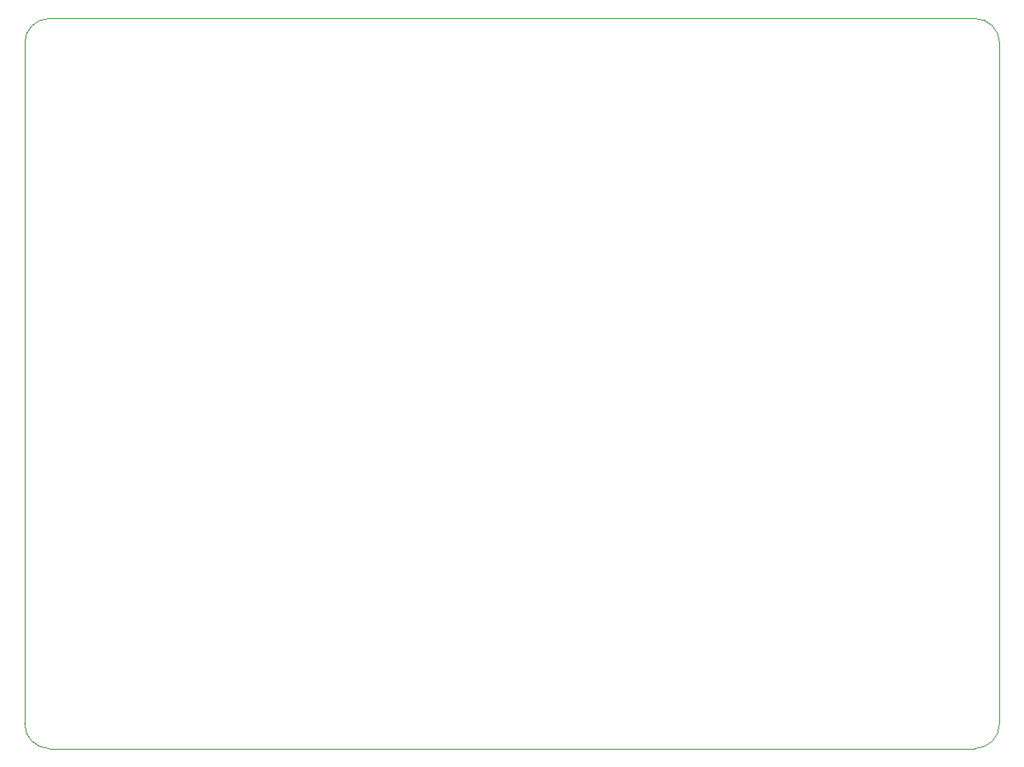
<source format=gbr>
%TF.GenerationSoftware,KiCad,Pcbnew,7.0.2*%
%TF.CreationDate,2023-05-07T14:31:41-07:00*%
%TF.ProjectId,z50-ssd,7a35302d-7373-4642-9e6b-696361645f70,rev?*%
%TF.SameCoordinates,Original*%
%TF.FileFunction,Profile,NP*%
%FSLAX46Y46*%
G04 Gerber Fmt 4.6, Leading zero omitted, Abs format (unit mm)*
G04 Created by KiCad (PCBNEW 7.0.2) date 2023-05-07 14:31:41*
%MOMM*%
%LPD*%
G01*
G04 APERTURE LIST*
%TA.AperFunction,Profile*%
%ADD10C,0.050000*%
%TD*%
G04 APERTURE END LIST*
D10*
X125722651Y-125095000D02*
X30766051Y-125095000D01*
X125729999Y-50153204D02*
X30760844Y-50153204D01*
X128262651Y-122555000D02*
X128262651Y-52685855D01*
X28226050Y-122555000D02*
G75*
G03*
X30766051Y-125095000I2540000J0D01*
G01*
X125722651Y-125094951D02*
G75*
G03*
X128262651Y-122555000I49J2539951D01*
G01*
X128262696Y-52685855D02*
G75*
G03*
X125729999Y-50153204I-2532696J-45D01*
G01*
X28226051Y-122555000D02*
X28226051Y-52685843D01*
X30760844Y-50153193D02*
G75*
G03*
X28228193Y-52685843I36J-2532687D01*
G01*
M02*

</source>
